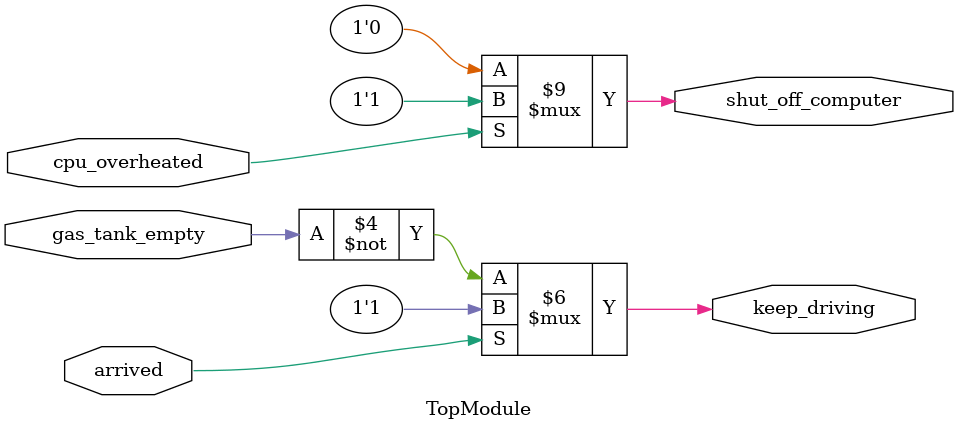
<source format=sv>

module TopModule (
    input      cpu_overheated,
    output reg shut_off_computer,
    input      arrived,
    input      gas_tank_empty,
    output reg keep_driving
);

    always @(*) begin
        // Default assignment to avoid latch inference
        shut_off_computer = 0; // Default value 
      
        if (cpu_overheated)
            shut_off_computer = 1; // Set to 1 only if cpu_overheated is true   
    end

    always @(*) begin
        // Default assignment to avoid latch inference
        keep_driving = 1; // Default value 

        if (~arrived)
            keep_driving = ~gas_tank_empty; // Set keep_driving based on gas_tank_empty only if not arrived
    end

endmodule
</source>
